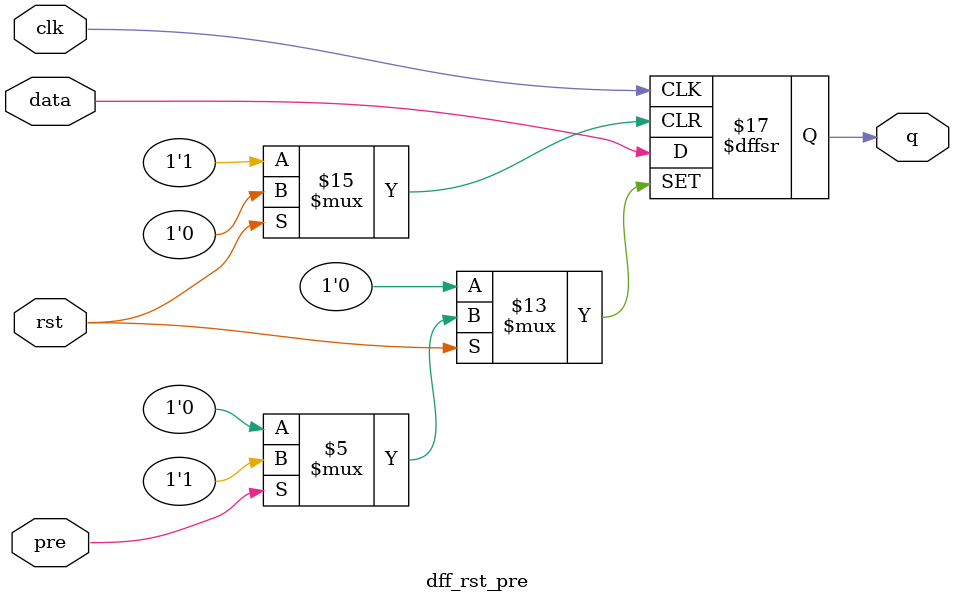
<source format=v>



                             
//***************************************************************************//
//***************************************************************************//
                             

//              Author:
//              Reviewer:
//              Manager:
                             

//***************************************************************************//
//***************************************************************************//
//
	module dff_rst_pre(input data,clk,rst,pre,
											output reg q);
			always @(posedge clk or negedge rst or posedge  pre)
				begin:always_block
					if(!rst)
						begin:not_reset
							q<=1'b0;
						end   //not reset
					else
						begin:else_blk
							case(pre)
								1'b1:
									begin:pre1_blk
										q<=1'b1;
									end	//pre1_blk
								1'b0:
									begin:pre0_blk
										q<=data;
									end	//pre0_blk
								default:
									begin:if_pre_x_z
										q<=q;
									end	//if_pre_x_z
							endcase
						 end	//else_blk
				end//alw_blk
	endmodule









</source>
